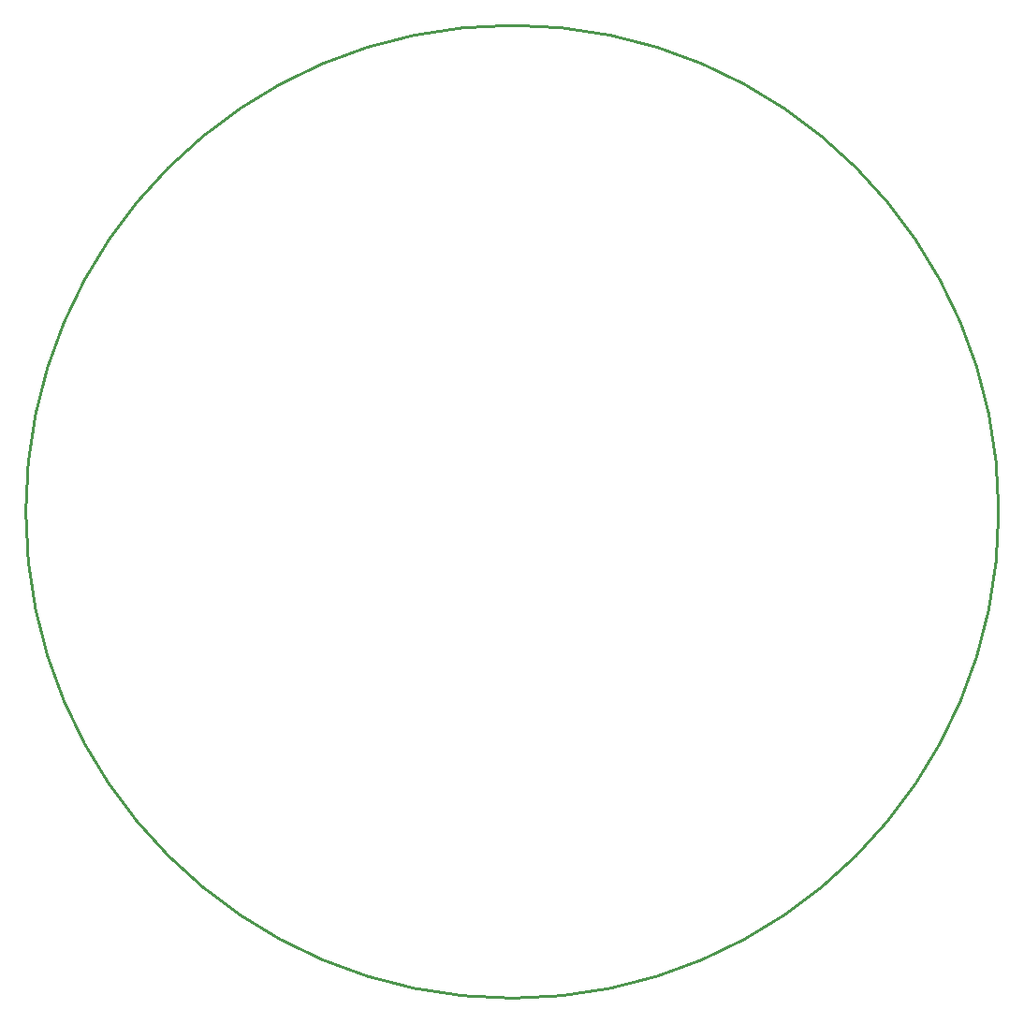
<source format=gko>
G04*
G04 #@! TF.GenerationSoftware,Altium Limited,Altium Designer,21.9.1 (22)*
G04*
G04 Layer_Color=16711935*
%FSLAX25Y25*%
%MOIN*%
G70*
G04*
G04 #@! TF.SameCoordinates,BA265606-766D-4053-9833-5615DE46E1CD*
G04*
G04*
G04 #@! TF.FilePolarity,Positive*
G04*
G01*
G75*
%ADD22C,0.01000*%
D22*
X0Y173228D02*
G03*
X-173228Y0I0J-173228D01*
G01*
X173228D02*
G03*
X0Y173228I-173228J0D01*
G01*
Y-173228D02*
G03*
X173228Y0I0J173228D01*
G01*
X-173228D02*
G03*
X0Y-173228I173228J0D01*
G01*
M02*

</source>
